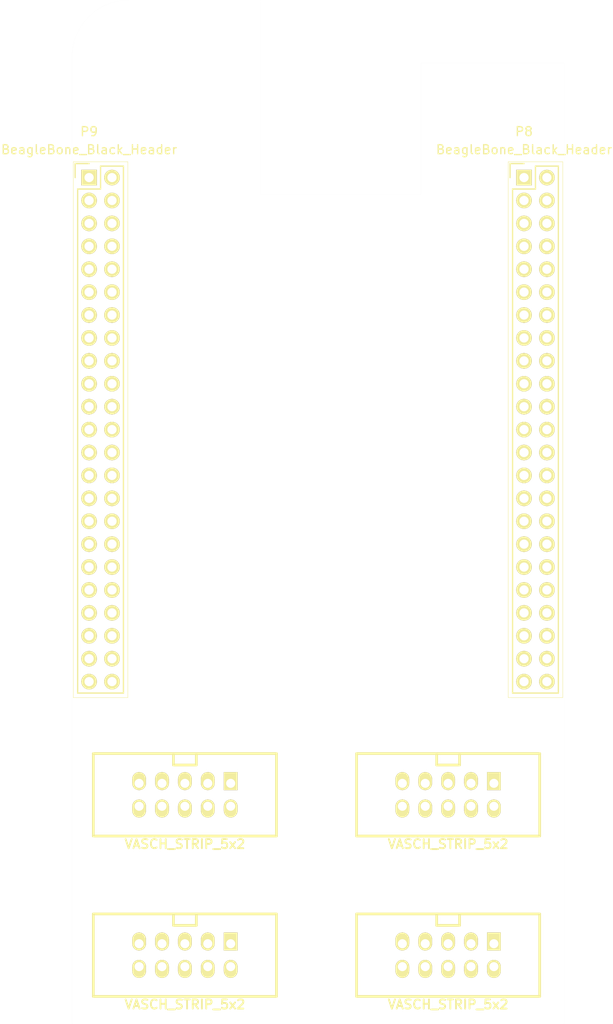
<source format=kicad_pcb>
(kicad_pcb (version 3) (host pcbnew "(22-Jun-2014 BZR 4027)-stable")

  (general
    (links 10)
    (no_connects 10)
    (area 103.317323 42.696129 177.682877 170.181271)
    (thickness 1.6)
    (drawings 9)
    (tracks 0)
    (zones 0)
    (modules 6)
    (nets 83)
  )

  (page USLetter)
  (title_block 
    (company "Deepwoods Software")
  )

  (layers
    (15 F.Cu signal)
    (0 B.Cu signal)
    (16 B.Adhes user)
    (17 F.Adhes user)
    (18 B.Paste user)
    (19 F.Paste user)
    (20 B.SilkS user)
    (21 F.SilkS user)
    (22 B.Mask user)
    (23 F.Mask user)
    (24 Dwgs.User user)
    (25 Cmts.User user)
    (26 Eco1.User user)
    (27 Eco2.User user)
    (28 Edge.Cuts user)
  )

  (setup
    (last_trace_width 0.25)
    (trace_clearance 0.2)
    (zone_clearance 0.508)
    (zone_45_only no)
    (trace_min 0.2)
    (segment_width 0.2)
    (edge_width 0.00254)
    (via_size 0.6)
    (via_drill 0.4)
    (via_min_size 0.4)
    (via_min_drill 0.3)
    (uvia_size 0.3)
    (uvia_drill 0.1)
    (uvias_allowed no)
    (uvia_min_size 0.2)
    (uvia_min_drill 0.1)
    (pcb_text_width 0.3)
    (pcb_text_size 1.5 1.5)
    (mod_edge_width 0.15)
    (mod_text_size 1 1)
    (mod_text_width 0.15)
    (pad_size 1.7272 1.7272)
    (pad_drill 1.016)
    (pad_to_mask_clearance 0)
    (aux_axis_origin 0 0)
    (visible_elements 7FFFFFFF)
    (pcbplotparams
      (layerselection 3178497)
      (usegerberextensions false)
      (excludeedgelayer true)
      (linewidth 0.100000)
      (plotframeref false)
      (viasonmask false)
      (mode 1)
      (useauxorigin false)
      (hpglpennumber 1)
      (hpglpenspeed 20)
      (hpglpendiameter 15)
      (hpglpenoverlay 2)
      (psnegative false)
      (psa4output false)
      (plotreference true)
      (plotvalue true)
      (plotothertext true)
      (plotinvisibletext false)
      (padsonsilk false)
      (subtractmaskfromsilk false)
      (outputformat 4)
      (mirror false)
      (drillshape 0)
      (scaleselection 1)
      (outputdirectory ""))
  )

  (net 0 "")
  (net 1 +3V3)
  (net 2 +5V)
  (net 3 GNDA_ADC)
  (net 4 GNDD)
  (net 5 "Net-(P8-Pad10)")
  (net 6 "Net-(P8-Pad11)")
  (net 7 "Net-(P8-Pad12)")
  (net 8 "Net-(P8-Pad13)")
  (net 9 "Net-(P8-Pad14)")
  (net 10 "Net-(P8-Pad15)")
  (net 11 "Net-(P8-Pad16)")
  (net 12 "Net-(P8-Pad17)")
  (net 13 "Net-(P8-Pad18)")
  (net 14 "Net-(P8-Pad19)")
  (net 15 "Net-(P8-Pad20)")
  (net 16 "Net-(P8-Pad21)")
  (net 17 "Net-(P8-Pad22)")
  (net 18 "Net-(P8-Pad23)")
  (net 19 "Net-(P8-Pad24)")
  (net 20 "Net-(P8-Pad25)")
  (net 21 "Net-(P8-Pad26)")
  (net 22 "Net-(P8-Pad27)")
  (net 23 "Net-(P8-Pad28)")
  (net 24 "Net-(P8-Pad29)")
  (net 25 "Net-(P8-Pad3)")
  (net 26 "Net-(P8-Pad30)")
  (net 27 "Net-(P8-Pad31)")
  (net 28 "Net-(P8-Pad32)")
  (net 29 "Net-(P8-Pad33)")
  (net 30 "Net-(P8-Pad34)")
  (net 31 "Net-(P8-Pad35)")
  (net 32 "Net-(P8-Pad36)")
  (net 33 "Net-(P8-Pad37)")
  (net 34 "Net-(P8-Pad38)")
  (net 35 "Net-(P8-Pad39)")
  (net 36 "Net-(P8-Pad4)")
  (net 37 "Net-(P8-Pad40)")
  (net 38 "Net-(P8-Pad41)")
  (net 39 "Net-(P8-Pad42)")
  (net 40 "Net-(P8-Pad43)")
  (net 41 "Net-(P8-Pad44)")
  (net 42 "Net-(P8-Pad45)")
  (net 43 "Net-(P8-Pad46)")
  (net 44 "Net-(P8-Pad5)")
  (net 45 "Net-(P8-Pad6)")
  (net 46 "Net-(P8-Pad7)")
  (net 47 "Net-(P8-Pad8)")
  (net 48 "Net-(P8-Pad9)")
  (net 49 "Net-(P9-Pad11)")
  (net 50 "Net-(P9-Pad12)")
  (net 51 "Net-(P9-Pad13)")
  (net 52 "Net-(P9-Pad14)")
  (net 53 "Net-(P9-Pad15)")
  (net 54 "Net-(P9-Pad16)")
  (net 55 "Net-(P9-Pad17)")
  (net 56 "Net-(P9-Pad18)")
  (net 57 "Net-(P9-Pad19)")
  (net 58 "Net-(P9-Pad20)")
  (net 59 "Net-(P9-Pad21)")
  (net 60 "Net-(P9-Pad22)")
  (net 61 "Net-(P9-Pad23)")
  (net 62 "Net-(P9-Pad24)")
  (net 63 "Net-(P9-Pad25)")
  (net 64 "Net-(P9-Pad26)")
  (net 65 "Net-(P9-Pad27)")
  (net 66 "Net-(P9-Pad28)")
  (net 67 "Net-(P9-Pad29)")
  (net 68 "Net-(P9-Pad30)")
  (net 69 "Net-(P9-Pad31)")
  (net 70 "Net-(P9-Pad33)")
  (net 71 "Net-(P9-Pad35)")
  (net 72 "Net-(P9-Pad36)")
  (net 73 "Net-(P9-Pad37)")
  (net 74 "Net-(P9-Pad38)")
  (net 75 "Net-(P9-Pad39)")
  (net 76 "Net-(P9-Pad40)")
  (net 77 "Net-(P9-Pad41)")
  (net 78 "Net-(P9-Pad42)")
  (net 79 PWR_BUT)
  (net 80 SYS_5V)
  (net 81 SYS_RESETN)
  (net 82 VDD_ADC)

  (net_class Default "To jest domyślna klasa połączeń."
    (clearance 0.2)
    (trace_width 0.25)
    (via_dia 0.6)
    (via_drill 0.4)
    (uvia_dia 0.3)
    (uvia_drill 0.1)
    (add_net "")
    (add_net +3V3)
    (add_net +5V)
    (add_net GNDA_ADC)
    (add_net GNDD)
    (add_net "Net-(P8-Pad10)")
    (add_net "Net-(P8-Pad11)")
    (add_net "Net-(P8-Pad12)")
    (add_net "Net-(P8-Pad13)")
    (add_net "Net-(P8-Pad14)")
    (add_net "Net-(P8-Pad15)")
    (add_net "Net-(P8-Pad16)")
    (add_net "Net-(P8-Pad17)")
    (add_net "Net-(P8-Pad18)")
    (add_net "Net-(P8-Pad19)")
    (add_net "Net-(P8-Pad20)")
    (add_net "Net-(P8-Pad21)")
    (add_net "Net-(P8-Pad22)")
    (add_net "Net-(P8-Pad23)")
    (add_net "Net-(P8-Pad24)")
    (add_net "Net-(P8-Pad25)")
    (add_net "Net-(P8-Pad26)")
    (add_net "Net-(P8-Pad27)")
    (add_net "Net-(P8-Pad28)")
    (add_net "Net-(P8-Pad29)")
    (add_net "Net-(P8-Pad3)")
    (add_net "Net-(P8-Pad30)")
    (add_net "Net-(P8-Pad31)")
    (add_net "Net-(P8-Pad32)")
    (add_net "Net-(P8-Pad33)")
    (add_net "Net-(P8-Pad34)")
    (add_net "Net-(P8-Pad35)")
    (add_net "Net-(P8-Pad36)")
    (add_net "Net-(P8-Pad37)")
    (add_net "Net-(P8-Pad38)")
    (add_net "Net-(P8-Pad39)")
    (add_net "Net-(P8-Pad4)")
    (add_net "Net-(P8-Pad40)")
    (add_net "Net-(P8-Pad41)")
    (add_net "Net-(P8-Pad42)")
    (add_net "Net-(P8-Pad43)")
    (add_net "Net-(P8-Pad44)")
    (add_net "Net-(P8-Pad45)")
    (add_net "Net-(P8-Pad46)")
    (add_net "Net-(P8-Pad5)")
    (add_net "Net-(P8-Pad6)")
    (add_net "Net-(P8-Pad7)")
    (add_net "Net-(P8-Pad8)")
    (add_net "Net-(P8-Pad9)")
    (add_net "Net-(P9-Pad11)")
    (add_net "Net-(P9-Pad12)")
    (add_net "Net-(P9-Pad13)")
    (add_net "Net-(P9-Pad14)")
    (add_net "Net-(P9-Pad15)")
    (add_net "Net-(P9-Pad16)")
    (add_net "Net-(P9-Pad17)")
    (add_net "Net-(P9-Pad18)")
    (add_net "Net-(P9-Pad19)")
    (add_net "Net-(P9-Pad20)")
    (add_net "Net-(P9-Pad21)")
    (add_net "Net-(P9-Pad22)")
    (add_net "Net-(P9-Pad23)")
    (add_net "Net-(P9-Pad24)")
    (add_net "Net-(P9-Pad25)")
    (add_net "Net-(P9-Pad26)")
    (add_net "Net-(P9-Pad27)")
    (add_net "Net-(P9-Pad28)")
    (add_net "Net-(P9-Pad29)")
    (add_net "Net-(P9-Pad30)")
    (add_net "Net-(P9-Pad31)")
    (add_net "Net-(P9-Pad33)")
    (add_net "Net-(P9-Pad35)")
    (add_net "Net-(P9-Pad36)")
    (add_net "Net-(P9-Pad37)")
    (add_net "Net-(P9-Pad38)")
    (add_net "Net-(P9-Pad39)")
    (add_net "Net-(P9-Pad40)")
    (add_net "Net-(P9-Pad41)")
    (add_net "Net-(P9-Pad42)")
    (add_net PWR_BUT)
    (add_net SYS_5V)
    (add_net SYS_RESETN)
    (add_net VDD_ADC)
  )

  (module Socket_BeagleBone_Black:Socket_BeagleBone_Black (layer F.Cu) (tedit 55DF76F9) (tstamp 55DF7717)
    (at 164.6301 62.3824)
    (descr "Through hole pin header")
    (tags "pin header")
    (path /55DF7DE1)
    (fp_text reference P8 (at 0 -5.1) (layer F.SilkS)
      (effects (font (size 1 1) (thickness 0.15)))
    )
    (fp_text value BeagleBone_Black_Header (at 0 -3.1) (layer F.SilkS)
      (effects (font (size 1 1) (thickness 0.15)))
    )
    (fp_line (start -1.75 -1.75) (end -1.75 57.65) (layer F.SilkS) (width 0.05))
    (fp_line (start 4.3 -1.75) (end 4.3 57.65) (layer F.SilkS) (width 0.05))
    (fp_line (start -1.75 -1.75) (end 4.3 -1.75) (layer F.SilkS) (width 0.05))
    (fp_line (start -1.75 57.65) (end 4.3 57.65) (layer F.SilkS) (width 0.05))
    (fp_line (start 3.81 57.15) (end 3.81 -1.27) (layer F.SilkS) (width 0.15))
    (fp_line (start -1.27 57.15) (end -1.27 1.27) (layer F.SilkS) (width 0.15))
    (fp_line (start 3.81 57.15) (end -1.27 57.15) (layer F.SilkS) (width 0.15))
    (fp_line (start 3.81 -1.27) (end 1.27 -1.27) (layer F.SilkS) (width 0.15))
    (fp_line (start 0 -1.55) (end -1.55 -1.55) (layer F.SilkS) (width 0.15))
    (fp_line (start 1.27 -1.27) (end 1.27 1.27) (layer F.SilkS) (width 0.15))
    (fp_line (start 1.27 1.27) (end -1.27 1.27) (layer F.SilkS) (width 0.15))
    (fp_line (start -1.55 -1.55) (end -1.55 0) (layer F.SilkS) (width 0.15))
    (pad 1 thru_hole rect (at 0 0) (size 1.7272 1.7272) (drill 1.016)
      (layers *.Cu *.Mask F.SilkS)
      (net 4 GNDD)
    )
    (pad 2 thru_hole oval (at 2.54 0) (size 1.7272 1.7272) (drill 1.016)
      (layers *.Cu *.Mask F.SilkS)
      (net 4 GNDD)
    )
    (pad 3 thru_hole oval (at 0 2.54) (size 1.7272 1.7272) (drill 1.016)
      (layers *.Cu *.Mask F.SilkS)
      (net 25 "Net-(P8-Pad3)")
    )
    (pad 4 thru_hole oval (at 2.54 2.54) (size 1.7272 1.7272) (drill 1.016)
      (layers *.Cu *.Mask F.SilkS)
      (net 36 "Net-(P8-Pad4)")
    )
    (pad 5 thru_hole oval (at 0 5.08) (size 1.7272 1.7272) (drill 1.016)
      (layers *.Cu *.Mask F.SilkS)
      (net 44 "Net-(P8-Pad5)")
    )
    (pad 6 thru_hole oval (at 2.54 5.08) (size 1.7272 1.7272) (drill 1.016)
      (layers *.Cu *.Mask F.SilkS)
      (net 45 "Net-(P8-Pad6)")
    )
    (pad 7 thru_hole oval (at 0 7.62) (size 1.7272 1.7272) (drill 1.016)
      (layers *.Cu *.Mask F.SilkS)
      (net 46 "Net-(P8-Pad7)")
    )
    (pad 8 thru_hole oval (at 2.54 7.62) (size 1.7272 1.7272) (drill 1.016)
      (layers *.Cu *.Mask F.SilkS)
      (net 47 "Net-(P8-Pad8)")
    )
    (pad 9 thru_hole oval (at 0 10.16) (size 1.7272 1.7272) (drill 1.016)
      (layers *.Cu *.Mask F.SilkS)
      (net 48 "Net-(P8-Pad9)")
    )
    (pad 10 thru_hole oval (at 2.54 10.16) (size 1.7272 1.7272) (drill 1.016)
      (layers *.Cu *.Mask F.SilkS)
      (net 5 "Net-(P8-Pad10)")
    )
    (pad 11 thru_hole oval (at 0 12.7) (size 1.7272 1.7272) (drill 1.016)
      (layers *.Cu *.Mask F.SilkS)
      (net 6 "Net-(P8-Pad11)")
    )
    (pad 12 thru_hole oval (at 2.54 12.7) (size 1.7272 1.7272) (drill 1.016)
      (layers *.Cu *.Mask F.SilkS)
      (net 7 "Net-(P8-Pad12)")
    )
    (pad 13 thru_hole oval (at 0 15.24) (size 1.7272 1.7272) (drill 1.016)
      (layers *.Cu *.Mask F.SilkS)
      (net 8 "Net-(P8-Pad13)")
    )
    (pad 14 thru_hole oval (at 2.54 15.24) (size 1.7272 1.7272) (drill 1.016)
      (layers *.Cu *.Mask F.SilkS)
      (net 9 "Net-(P8-Pad14)")
    )
    (pad 15 thru_hole oval (at 0 17.78) (size 1.7272 1.7272) (drill 1.016)
      (layers *.Cu *.Mask F.SilkS)
      (net 10 "Net-(P8-Pad15)")
    )
    (pad 16 thru_hole oval (at 2.54 17.78) (size 1.7272 1.7272) (drill 1.016)
      (layers *.Cu *.Mask F.SilkS)
      (net 11 "Net-(P8-Pad16)")
    )
    (pad 17 thru_hole oval (at 0 20.32) (size 1.7272 1.7272) (drill 1.016)
      (layers *.Cu *.Mask F.SilkS)
      (net 12 "Net-(P8-Pad17)")
    )
    (pad 18 thru_hole oval (at 2.54 20.32) (size 1.7272 1.7272) (drill 1.016)
      (layers *.Cu *.Mask F.SilkS)
      (net 13 "Net-(P8-Pad18)")
    )
    (pad 19 thru_hole oval (at 0 22.86) (size 1.7272 1.7272) (drill 1.016)
      (layers *.Cu *.Mask F.SilkS)
      (net 14 "Net-(P8-Pad19)")
    )
    (pad 20 thru_hole oval (at 2.54 22.86) (size 1.7272 1.7272) (drill 1.016)
      (layers *.Cu *.Mask F.SilkS)
      (net 15 "Net-(P8-Pad20)")
    )
    (pad 21 thru_hole oval (at 0 25.4) (size 1.7272 1.7272) (drill 1.016)
      (layers *.Cu *.Mask F.SilkS)
      (net 16 "Net-(P8-Pad21)")
    )
    (pad 22 thru_hole oval (at 2.54 25.4) (size 1.7272 1.7272) (drill 1.016)
      (layers *.Cu *.Mask F.SilkS)
      (net 17 "Net-(P8-Pad22)")
    )
    (pad 23 thru_hole oval (at 0 27.94) (size 1.7272 1.7272) (drill 1.016)
      (layers *.Cu *.Mask F.SilkS)
      (net 18 "Net-(P8-Pad23)")
    )
    (pad 24 thru_hole oval (at 2.54 27.94) (size 1.7272 1.7272) (drill 1.016)
      (layers *.Cu *.Mask F.SilkS)
      (net 19 "Net-(P8-Pad24)")
    )
    (pad 25 thru_hole oval (at 0 30.48) (size 1.7272 1.7272) (drill 1.016)
      (layers *.Cu *.Mask F.SilkS)
      (net 20 "Net-(P8-Pad25)")
    )
    (pad 26 thru_hole oval (at 2.54 30.48) (size 1.7272 1.7272) (drill 1.016)
      (layers *.Cu *.Mask F.SilkS)
      (net 21 "Net-(P8-Pad26)")
    )
    (pad 27 thru_hole oval (at 0 33.02) (size 1.7272 1.7272) (drill 1.016)
      (layers *.Cu *.Mask F.SilkS)
      (net 22 "Net-(P8-Pad27)")
    )
    (pad 28 thru_hole oval (at 2.54 33.02) (size 1.7272 1.7272) (drill 1.016)
      (layers *.Cu *.Mask F.SilkS)
      (net 23 "Net-(P8-Pad28)")
    )
    (pad 29 thru_hole oval (at 0 35.56) (size 1.7272 1.7272) (drill 1.016)
      (layers *.Cu *.Mask F.SilkS)
      (net 24 "Net-(P8-Pad29)")
    )
    (pad 30 thru_hole oval (at 2.54 35.56) (size 1.7272 1.7272) (drill 1.016)
      (layers *.Cu *.Mask F.SilkS)
      (net 26 "Net-(P8-Pad30)")
    )
    (pad 31 thru_hole oval (at 0 38.1) (size 1.7272 1.7272) (drill 1.016)
      (layers *.Cu *.Mask F.SilkS)
      (net 27 "Net-(P8-Pad31)")
    )
    (pad 32 thru_hole oval (at 2.54 38.1) (size 1.7272 1.7272) (drill 1.016)
      (layers *.Cu *.Mask F.SilkS)
      (net 28 "Net-(P8-Pad32)")
    )
    (pad 33 thru_hole oval (at 0 40.64) (size 1.7272 1.7272) (drill 1.016)
      (layers *.Cu *.Mask F.SilkS)
      (net 29 "Net-(P8-Pad33)")
    )
    (pad 34 thru_hole oval (at 2.54 40.64) (size 1.7272 1.7272) (drill 1.016)
      (layers *.Cu *.Mask F.SilkS)
      (net 30 "Net-(P8-Pad34)")
    )
    (pad 35 thru_hole oval (at 0 43.18) (size 1.7272 1.7272) (drill 1.016)
      (layers *.Cu *.Mask F.SilkS)
      (net 31 "Net-(P8-Pad35)")
    )
    (pad 36 thru_hole oval (at 2.54 43.18) (size 1.7272 1.7272) (drill 1.016)
      (layers *.Cu *.Mask F.SilkS)
      (net 32 "Net-(P8-Pad36)")
    )
    (pad 37 thru_hole oval (at 0 45.72) (size 1.7272 1.7272) (drill 1.016)
      (layers *.Cu *.Mask F.SilkS)
      (net 33 "Net-(P8-Pad37)")
    )
    (pad 38 thru_hole oval (at 2.54 45.72) (size 1.7272 1.7272) (drill 1.016)
      (layers *.Cu *.Mask F.SilkS)
      (net 34 "Net-(P8-Pad38)")
    )
    (pad 39 thru_hole oval (at 0 48.26) (size 1.7272 1.7272) (drill 1.016)
      (layers *.Cu *.Mask F.SilkS)
      (net 35 "Net-(P8-Pad39)")
    )
    (pad 40 thru_hole oval (at 2.54 48.26) (size 1.7272 1.7272) (drill 1.016)
      (layers *.Cu *.Mask F.SilkS)
      (net 37 "Net-(P8-Pad40)")
    )
    (pad 41 thru_hole oval (at 0 50.8) (size 1.7272 1.7272) (drill 1.016)
      (layers *.Cu *.Mask F.SilkS)
      (net 38 "Net-(P8-Pad41)")
    )
    (pad 42 thru_hole oval (at 2.54 50.8) (size 1.7272 1.7272) (drill 1.016)
      (layers *.Cu *.Mask F.SilkS)
      (net 39 "Net-(P8-Pad42)")
    )
    (pad 43 thru_hole oval (at 0 53.34) (size 1.7272 1.7272) (drill 1.016)
      (layers *.Cu *.Mask F.SilkS)
      (net 40 "Net-(P8-Pad43)")
    )
    (pad 44 thru_hole oval (at 2.54 53.34) (size 1.7272 1.7272) (drill 1.016)
      (layers *.Cu *.Mask F.SilkS)
      (net 41 "Net-(P8-Pad44)")
    )
    (pad 45 thru_hole oval (at 0 55.88) (size 1.7272 1.7272) (drill 1.016)
      (layers *.Cu *.Mask F.SilkS)
      (net 42 "Net-(P8-Pad45)")
    )
    (pad 46 thru_hole oval (at 2.54 55.88) (size 1.7272 1.7272) (drill 1.016)
      (layers *.Cu *.Mask F.SilkS)
      (net 43 "Net-(P8-Pad46)")
    )
    (model ${KIPRJMOD}/Socket_BeagleBone_Black.3dshapes/Socket_BeagleBone_Black.wrl
      (at (xyz 0.05 -1.1 0))
      (scale (xyz 1 1 1))
      (rotate (xyz 0 0 90))
    )
  )

  (module Socket_BeagleBone_Black:Socket_BeagleBone_Black (layer F.Cu) (tedit 0) (tstamp 55DF7748)
    (at 116.3701 62.3824)
    (descr "Through hole pin header")
    (tags "pin header")
    (path /55DF7DBA)
    (fp_text reference P9 (at 0 -5.1) (layer F.SilkS)
      (effects (font (size 1 1) (thickness 0.15)))
    )
    (fp_text value BeagleBone_Black_Header (at 0 -3.1) (layer F.SilkS)
      (effects (font (size 1 1) (thickness 0.15)))
    )
    (fp_line (start -1.75 -1.75) (end -1.75 57.65) (layer F.SilkS) (width 0.05))
    (fp_line (start 4.3 -1.75) (end 4.3 57.65) (layer F.SilkS) (width 0.05))
    (fp_line (start -1.75 -1.75) (end 4.3 -1.75) (layer F.SilkS) (width 0.05))
    (fp_line (start -1.75 57.65) (end 4.3 57.65) (layer F.SilkS) (width 0.05))
    (fp_line (start 3.81 57.15) (end 3.81 -1.27) (layer F.SilkS) (width 0.15))
    (fp_line (start -1.27 57.15) (end -1.27 1.27) (layer F.SilkS) (width 0.15))
    (fp_line (start 3.81 57.15) (end -1.27 57.15) (layer F.SilkS) (width 0.15))
    (fp_line (start 3.81 -1.27) (end 1.27 -1.27) (layer F.SilkS) (width 0.15))
    (fp_line (start 0 -1.55) (end -1.55 -1.55) (layer F.SilkS) (width 0.15))
    (fp_line (start 1.27 -1.27) (end 1.27 1.27) (layer F.SilkS) (width 0.15))
    (fp_line (start 1.27 1.27) (end -1.27 1.27) (layer F.SilkS) (width 0.15))
    (fp_line (start -1.55 -1.55) (end -1.55 0) (layer F.SilkS) (width 0.15))
    (pad 1 thru_hole rect (at 0 0) (size 1.7272 1.7272) (drill 1.016)
      (layers *.Cu *.Mask F.SilkS)
      (net 4 GNDD)
    )
    (pad 2 thru_hole oval (at 2.54 0) (size 1.7272 1.7272) (drill 1.016)
      (layers *.Cu *.Mask F.SilkS)
      (net 4 GNDD)
    )
    (pad 3 thru_hole oval (at 0 2.54) (size 1.7272 1.7272) (drill 1.016)
      (layers *.Cu *.Mask F.SilkS)
      (net 1 +3V3)
    )
    (pad 4 thru_hole oval (at 2.54 2.54) (size 1.7272 1.7272) (drill 1.016)
      (layers *.Cu *.Mask F.SilkS)
      (net 1 +3V3)
    )
    (pad 5 thru_hole oval (at 0 5.08) (size 1.7272 1.7272) (drill 1.016)
      (layers *.Cu *.Mask F.SilkS)
      (net 2 +5V)
    )
    (pad 6 thru_hole oval (at 2.54 5.08) (size 1.7272 1.7272) (drill 1.016)
      (layers *.Cu *.Mask F.SilkS)
      (net 2 +5V)
    )
    (pad 7 thru_hole oval (at 0 7.62) (size 1.7272 1.7272) (drill 1.016)
      (layers *.Cu *.Mask F.SilkS)
      (net 80 SYS_5V)
    )
    (pad 8 thru_hole oval (at 2.54 7.62) (size 1.7272 1.7272) (drill 1.016)
      (layers *.Cu *.Mask F.SilkS)
      (net 80 SYS_5V)
    )
    (pad 9 thru_hole oval (at 0 10.16) (size 1.7272 1.7272) (drill 1.016)
      (layers *.Cu *.Mask F.SilkS)
      (net 79 PWR_BUT)
    )
    (pad 10 thru_hole oval (at 2.54 10.16) (size 1.7272 1.7272) (drill 1.016)
      (layers *.Cu *.Mask F.SilkS)
      (net 81 SYS_RESETN)
    )
    (pad 11 thru_hole oval (at 0 12.7) (size 1.7272 1.7272) (drill 1.016)
      (layers *.Cu *.Mask F.SilkS)
      (net 49 "Net-(P9-Pad11)")
    )
    (pad 12 thru_hole oval (at 2.54 12.7) (size 1.7272 1.7272) (drill 1.016)
      (layers *.Cu *.Mask F.SilkS)
      (net 50 "Net-(P9-Pad12)")
    )
    (pad 13 thru_hole oval (at 0 15.24) (size 1.7272 1.7272) (drill 1.016)
      (layers *.Cu *.Mask F.SilkS)
      (net 51 "Net-(P9-Pad13)")
    )
    (pad 14 thru_hole oval (at 2.54 15.24) (size 1.7272 1.7272) (drill 1.016)
      (layers *.Cu *.Mask F.SilkS)
      (net 52 "Net-(P9-Pad14)")
    )
    (pad 15 thru_hole oval (at 0 17.78) (size 1.7272 1.7272) (drill 1.016)
      (layers *.Cu *.Mask F.SilkS)
      (net 53 "Net-(P9-Pad15)")
    )
    (pad 16 thru_hole oval (at 2.54 17.78) (size 1.7272 1.7272) (drill 1.016)
      (layers *.Cu *.Mask F.SilkS)
      (net 54 "Net-(P9-Pad16)")
    )
    (pad 17 thru_hole oval (at 0 20.32) (size 1.7272 1.7272) (drill 1.016)
      (layers *.Cu *.Mask F.SilkS)
      (net 55 "Net-(P9-Pad17)")
    )
    (pad 18 thru_hole oval (at 2.54 20.32) (size 1.7272 1.7272) (drill 1.016)
      (layers *.Cu *.Mask F.SilkS)
      (net 56 "Net-(P9-Pad18)")
    )
    (pad 19 thru_hole oval (at 0 22.86) (size 1.7272 1.7272) (drill 1.016)
      (layers *.Cu *.Mask F.SilkS)
      (net 57 "Net-(P9-Pad19)")
    )
    (pad 20 thru_hole oval (at 2.54 22.86) (size 1.7272 1.7272) (drill 1.016)
      (layers *.Cu *.Mask F.SilkS)
      (net 58 "Net-(P9-Pad20)")
    )
    (pad 21 thru_hole oval (at 0 25.4) (size 1.7272 1.7272) (drill 1.016)
      (layers *.Cu *.Mask F.SilkS)
      (net 59 "Net-(P9-Pad21)")
    )
    (pad 22 thru_hole oval (at 2.54 25.4) (size 1.7272 1.7272) (drill 1.016)
      (layers *.Cu *.Mask F.SilkS)
      (net 60 "Net-(P9-Pad22)")
    )
    (pad 23 thru_hole oval (at 0 27.94) (size 1.7272 1.7272) (drill 1.016)
      (layers *.Cu *.Mask F.SilkS)
      (net 61 "Net-(P9-Pad23)")
    )
    (pad 24 thru_hole oval (at 2.54 27.94) (size 1.7272 1.7272) (drill 1.016)
      (layers *.Cu *.Mask F.SilkS)
      (net 62 "Net-(P9-Pad24)")
    )
    (pad 25 thru_hole oval (at 0 30.48) (size 1.7272 1.7272) (drill 1.016)
      (layers *.Cu *.Mask F.SilkS)
      (net 63 "Net-(P9-Pad25)")
    )
    (pad 26 thru_hole oval (at 2.54 30.48) (size 1.7272 1.7272) (drill 1.016)
      (layers *.Cu *.Mask F.SilkS)
      (net 64 "Net-(P9-Pad26)")
    )
    (pad 27 thru_hole oval (at 0 33.02) (size 1.7272 1.7272) (drill 1.016)
      (layers *.Cu *.Mask F.SilkS)
      (net 65 "Net-(P9-Pad27)")
    )
    (pad 28 thru_hole oval (at 2.54 33.02) (size 1.7272 1.7272) (drill 1.016)
      (layers *.Cu *.Mask F.SilkS)
      (net 66 "Net-(P9-Pad28)")
    )
    (pad 29 thru_hole oval (at 0 35.56) (size 1.7272 1.7272) (drill 1.016)
      (layers *.Cu *.Mask F.SilkS)
      (net 67 "Net-(P9-Pad29)")
    )
    (pad 30 thru_hole oval (at 2.54 35.56) (size 1.7272 1.7272) (drill 1.016)
      (layers *.Cu *.Mask F.SilkS)
      (net 68 "Net-(P9-Pad30)")
    )
    (pad 31 thru_hole oval (at 0 38.1) (size 1.7272 1.7272) (drill 1.016)
      (layers *.Cu *.Mask F.SilkS)
      (net 69 "Net-(P9-Pad31)")
    )
    (pad 32 thru_hole oval (at 2.54 38.1) (size 1.7272 1.7272) (drill 1.016)
      (layers *.Cu *.Mask F.SilkS)
      (net 82 VDD_ADC)
    )
    (pad 33 thru_hole oval (at 0 40.64) (size 1.7272 1.7272) (drill 1.016)
      (layers *.Cu *.Mask F.SilkS)
      (net 70 "Net-(P9-Pad33)")
    )
    (pad 34 thru_hole oval (at 2.54 40.64) (size 1.7272 1.7272) (drill 1.016)
      (layers *.Cu *.Mask F.SilkS)
      (net 3 GNDA_ADC)
    )
    (pad 35 thru_hole oval (at 0 43.18) (size 1.7272 1.7272) (drill 1.016)
      (layers *.Cu *.Mask F.SilkS)
      (net 71 "Net-(P9-Pad35)")
    )
    (pad 36 thru_hole oval (at 2.54 43.18) (size 1.7272 1.7272) (drill 1.016)
      (layers *.Cu *.Mask F.SilkS)
      (net 72 "Net-(P9-Pad36)")
    )
    (pad 37 thru_hole oval (at 0 45.72) (size 1.7272 1.7272) (drill 1.016)
      (layers *.Cu *.Mask F.SilkS)
      (net 73 "Net-(P9-Pad37)")
    )
    (pad 38 thru_hole oval (at 2.54 45.72) (size 1.7272 1.7272) (drill 1.016)
      (layers *.Cu *.Mask F.SilkS)
      (net 74 "Net-(P9-Pad38)")
    )
    (pad 39 thru_hole oval (at 0 48.26) (size 1.7272 1.7272) (drill 1.016)
      (layers *.Cu *.Mask F.SilkS)
      (net 75 "Net-(P9-Pad39)")
    )
    (pad 40 thru_hole oval (at 2.54 48.26) (size 1.7272 1.7272) (drill 1.016)
      (layers *.Cu *.Mask F.SilkS)
      (net 76 "Net-(P9-Pad40)")
    )
    (pad 41 thru_hole oval (at 0 50.8) (size 1.7272 1.7272) (drill 1.016)
      (layers *.Cu *.Mask F.SilkS)
      (net 77 "Net-(P9-Pad41)")
    )
    (pad 42 thru_hole oval (at 2.54 50.8) (size 1.7272 1.7272) (drill 1.016)
      (layers *.Cu *.Mask F.SilkS)
      (net 78 "Net-(P9-Pad42)")
    )
    (pad 43 thru_hole oval (at 0 53.34) (size 1.7272 1.7272) (drill 1.016)
      (layers *.Cu *.Mask F.SilkS)
      (net 4 GNDD)
    )
    (pad 44 thru_hole oval (at 2.54 53.34) (size 1.7272 1.7272) (drill 1.016)
      (layers *.Cu *.Mask F.SilkS)
      (net 4 GNDD)
    )
    (pad 45 thru_hole oval (at 0 55.88) (size 1.7272 1.7272) (drill 1.016)
      (layers *.Cu *.Mask F.SilkS)
      (net 4 GNDD)
    )
    (pad 46 thru_hole oval (at 2.54 55.88) (size 1.7272 1.7272) (drill 1.016)
      (layers *.Cu *.Mask F.SilkS)
      (net 4 GNDD)
    )
    (model ${KIPRJMOD}/Socket_BeagleBone_Black.3dshapes/Socket_BeagleBone_Black.wrl
      (at (xyz 0.05 -1.1 0))
      (scale (xyz 1 1 1))
      (rotate (xyz 0 0 90))
    )
  )

  (module vasch_strip_5x2 (layer F.Cu) (tedit 4FFC87B6) (tstamp 5CA92731)
    (at 127 130.81 180)
    (descr "Shrouded header, 5x2pin p2.54")
    (tags "CONN DEV")
    (fp_text reference VASCH_STRIP_5x2 (at 0 -5.461 180) (layer F.SilkS)
      (effects (font (size 1.016 1.016) (thickness 0.2032)))
    )
    (fp_text value JP*** (at 0 5.461 180) (layer F.SilkS) hide
      (effects (font (size 1.016 0.889) (thickness 0.2032)))
    )
    (fp_line (start -10.16 -4.572) (end -10.16 4.572) (layer F.SilkS) (width 0.29972))
    (fp_line (start 10.16 -4.572) (end -10.16 -4.572) (layer F.SilkS) (width 0.29972))
    (fp_line (start 10.16 -4.572) (end 10.16 4.572) (layer F.SilkS) (width 0.29972))
    (fp_line (start -10.16 4.572) (end 10.16 4.572) (layer F.SilkS) (width 0.29972))
    (fp_line (start 1.27 4.572) (end 1.27 3.302) (layer F.SilkS) (width 0.29972))
    (fp_line (start 1.27 3.302) (end -1.27 3.302) (layer F.SilkS) (width 0.29972))
    (fp_line (start -1.27 3.302) (end -1.27 4.572) (layer F.SilkS) (width 0.29972))
    (pad 1 thru_hole rect (at -5.08 1.27 180) (size 1.524 1.99898) (drill 1.00076 (offset 0 0.24638))
      (layers *.Cu *.Mask F.SilkS)
    )
    (pad 2 thru_hole oval (at -5.08 -1.27 180) (size 1.524 1.99898) (drill 1.00076 (offset 0 -0.24892))
      (layers *.Cu *.Mask F.SilkS)
    )
    (pad 3 thru_hole oval (at -2.54 1.27 180) (size 1.524 1.99898) (drill 1.00076 (offset 0 0.24638))
      (layers *.Cu *.Mask F.SilkS)
    )
    (pad 4 thru_hole oval (at -2.54 -1.27 180) (size 1.524 1.99898) (drill 1.00076 (offset 0 -0.24892))
      (layers *.Cu *.Mask F.SilkS)
    )
    (pad 5 thru_hole oval (at 0 1.27 180) (size 1.524 1.99898) (drill 1.00076 (offset 0 0.24638))
      (layers *.Cu *.Mask F.SilkS)
    )
    (pad 6 thru_hole oval (at 0 -1.27 180) (size 1.524 1.99898) (drill 1.00076 (offset 0 -0.24892))
      (layers *.Cu *.Mask F.SilkS)
    )
    (pad 7 thru_hole oval (at 2.54 1.27 180) (size 1.524 1.99898) (drill 1.00076 (offset 0 0.24638))
      (layers *.Cu *.Mask F.SilkS)
    )
    (pad 8 thru_hole oval (at 2.54 -1.27 180) (size 1.524 1.99898) (drill 1.00076 (offset 0 -0.24892))
      (layers *.Cu *.Mask F.SilkS)
    )
    (pad 9 thru_hole oval (at 5.08 1.27 180) (size 1.524 1.99898) (drill 1.00076 (offset 0 0.24638))
      (layers *.Cu *.Mask F.SilkS)
    )
    (pad 10 thru_hole oval (at 5.08 -1.27 180) (size 1.524 1.99898) (drill 1.00076 (offset 0 -0.24892))
      (layers *.Cu *.Mask F.SilkS)
    )
    (model walter/conn_strip/vasch_strip_5x2.wrl
      (at (xyz 0 0 0))
      (scale (xyz 1 1 1))
      (rotate (xyz 0 0 0))
    )
  )

  (module vasch_strip_5x2 (layer F.Cu) (tedit 4FFC87B6) (tstamp 5CA9275A)
    (at 127 148.59 180)
    (descr "Shrouded header, 5x2pin p2.54")
    (tags "CONN DEV")
    (fp_text reference VASCH_STRIP_5x2 (at 0 -5.461 180) (layer F.SilkS)
      (effects (font (size 1.016 1.016) (thickness 0.2032)))
    )
    (fp_text value JP*** (at 0 5.461 180) (layer F.SilkS) hide
      (effects (font (size 1.016 0.889) (thickness 0.2032)))
    )
    (fp_line (start -10.16 -4.572) (end -10.16 4.572) (layer F.SilkS) (width 0.29972))
    (fp_line (start 10.16 -4.572) (end -10.16 -4.572) (layer F.SilkS) (width 0.29972))
    (fp_line (start 10.16 -4.572) (end 10.16 4.572) (layer F.SilkS) (width 0.29972))
    (fp_line (start -10.16 4.572) (end 10.16 4.572) (layer F.SilkS) (width 0.29972))
    (fp_line (start 1.27 4.572) (end 1.27 3.302) (layer F.SilkS) (width 0.29972))
    (fp_line (start 1.27 3.302) (end -1.27 3.302) (layer F.SilkS) (width 0.29972))
    (fp_line (start -1.27 3.302) (end -1.27 4.572) (layer F.SilkS) (width 0.29972))
    (pad 1 thru_hole rect (at -5.08 1.27 180) (size 1.524 1.99898) (drill 1.00076 (offset 0 0.24638))
      (layers *.Cu *.Mask F.SilkS)
    )
    (pad 2 thru_hole oval (at -5.08 -1.27 180) (size 1.524 1.99898) (drill 1.00076 (offset 0 -0.24892))
      (layers *.Cu *.Mask F.SilkS)
    )
    (pad 3 thru_hole oval (at -2.54 1.27 180) (size 1.524 1.99898) (drill 1.00076 (offset 0 0.24638))
      (layers *.Cu *.Mask F.SilkS)
    )
    (pad 4 thru_hole oval (at -2.54 -1.27 180) (size 1.524 1.99898) (drill 1.00076 (offset 0 -0.24892))
      (layers *.Cu *.Mask F.SilkS)
    )
    (pad 5 thru_hole oval (at 0 1.27 180) (size 1.524 1.99898) (drill 1.00076 (offset 0 0.24638))
      (layers *.Cu *.Mask F.SilkS)
    )
    (pad 6 thru_hole oval (at 0 -1.27 180) (size 1.524 1.99898) (drill 1.00076 (offset 0 -0.24892))
      (layers *.Cu *.Mask F.SilkS)
    )
    (pad 7 thru_hole oval (at 2.54 1.27 180) (size 1.524 1.99898) (drill 1.00076 (offset 0 0.24638))
      (layers *.Cu *.Mask F.SilkS)
    )
    (pad 8 thru_hole oval (at 2.54 -1.27 180) (size 1.524 1.99898) (drill 1.00076 (offset 0 -0.24892))
      (layers *.Cu *.Mask F.SilkS)
    )
    (pad 9 thru_hole oval (at 5.08 1.27 180) (size 1.524 1.99898) (drill 1.00076 (offset 0 0.24638))
      (layers *.Cu *.Mask F.SilkS)
    )
    (pad 10 thru_hole oval (at 5.08 -1.27 180) (size 1.524 1.99898) (drill 1.00076 (offset 0 -0.24892))
      (layers *.Cu *.Mask F.SilkS)
    )
    (model walter/conn_strip/vasch_strip_5x2.wrl
      (at (xyz 0 0 0))
      (scale (xyz 1 1 1))
      (rotate (xyz 0 0 0))
    )
  )

  (module vasch_strip_5x2 (layer F.Cu) (tedit 4FFC87B6) (tstamp 5CA92783)
    (at 156.21 130.81 180)
    (descr "Shrouded header, 5x2pin p2.54")
    (tags "CONN DEV")
    (fp_text reference VASCH_STRIP_5x2 (at 0 -5.461 180) (layer F.SilkS)
      (effects (font (size 1.016 1.016) (thickness 0.2032)))
    )
    (fp_text value JP*** (at 0 5.461 180) (layer F.SilkS) hide
      (effects (font (size 1.016 0.889) (thickness 0.2032)))
    )
    (fp_line (start -10.16 -4.572) (end -10.16 4.572) (layer F.SilkS) (width 0.29972))
    (fp_line (start 10.16 -4.572) (end -10.16 -4.572) (layer F.SilkS) (width 0.29972))
    (fp_line (start 10.16 -4.572) (end 10.16 4.572) (layer F.SilkS) (width 0.29972))
    (fp_line (start -10.16 4.572) (end 10.16 4.572) (layer F.SilkS) (width 0.29972))
    (fp_line (start 1.27 4.572) (end 1.27 3.302) (layer F.SilkS) (width 0.29972))
    (fp_line (start 1.27 3.302) (end -1.27 3.302) (layer F.SilkS) (width 0.29972))
    (fp_line (start -1.27 3.302) (end -1.27 4.572) (layer F.SilkS) (width 0.29972))
    (pad 1 thru_hole rect (at -5.08 1.27 180) (size 1.524 1.99898) (drill 1.00076 (offset 0 0.24638))
      (layers *.Cu *.Mask F.SilkS)
    )
    (pad 2 thru_hole oval (at -5.08 -1.27 180) (size 1.524 1.99898) (drill 1.00076 (offset 0 -0.24892))
      (layers *.Cu *.Mask F.SilkS)
    )
    (pad 3 thru_hole oval (at -2.54 1.27 180) (size 1.524 1.99898) (drill 1.00076 (offset 0 0.24638))
      (layers *.Cu *.Mask F.SilkS)
    )
    (pad 4 thru_hole oval (at -2.54 -1.27 180) (size 1.524 1.99898) (drill 1.00076 (offset 0 -0.24892))
      (layers *.Cu *.Mask F.SilkS)
    )
    (pad 5 thru_hole oval (at 0 1.27 180) (size 1.524 1.99898) (drill 1.00076 (offset 0 0.24638))
      (layers *.Cu *.Mask F.SilkS)
    )
    (pad 6 thru_hole oval (at 0 -1.27 180) (size 1.524 1.99898) (drill 1.00076 (offset 0 -0.24892))
      (layers *.Cu *.Mask F.SilkS)
    )
    (pad 7 thru_hole oval (at 2.54 1.27 180) (size 1.524 1.99898) (drill 1.00076 (offset 0 0.24638))
      (layers *.Cu *.Mask F.SilkS)
    )
    (pad 8 thru_hole oval (at 2.54 -1.27 180) (size 1.524 1.99898) (drill 1.00076 (offset 0 -0.24892))
      (layers *.Cu *.Mask F.SilkS)
    )
    (pad 9 thru_hole oval (at 5.08 1.27 180) (size 1.524 1.99898) (drill 1.00076 (offset 0 0.24638))
      (layers *.Cu *.Mask F.SilkS)
    )
    (pad 10 thru_hole oval (at 5.08 -1.27 180) (size 1.524 1.99898) (drill 1.00076 (offset 0 -0.24892))
      (layers *.Cu *.Mask F.SilkS)
    )
    (model walter/conn_strip/vasch_strip_5x2.wrl
      (at (xyz 0 0 0))
      (scale (xyz 1 1 1))
      (rotate (xyz 0 0 0))
    )
  )

  (module vasch_strip_5x2 (layer F.Cu) (tedit 4FFC87B6) (tstamp 5CA927AC)
    (at 156.21 148.59 180)
    (descr "Shrouded header, 5x2pin p2.54")
    (tags "CONN DEV")
    (fp_text reference VASCH_STRIP_5x2 (at 0 -5.461 180) (layer F.SilkS)
      (effects (font (size 1.016 1.016) (thickness 0.2032)))
    )
    (fp_text value JP*** (at 0 5.461 180) (layer F.SilkS) hide
      (effects (font (size 1.016 0.889) (thickness 0.2032)))
    )
    (fp_line (start -10.16 -4.572) (end -10.16 4.572) (layer F.SilkS) (width 0.29972))
    (fp_line (start 10.16 -4.572) (end -10.16 -4.572) (layer F.SilkS) (width 0.29972))
    (fp_line (start 10.16 -4.572) (end 10.16 4.572) (layer F.SilkS) (width 0.29972))
    (fp_line (start -10.16 4.572) (end 10.16 4.572) (layer F.SilkS) (width 0.29972))
    (fp_line (start 1.27 4.572) (end 1.27 3.302) (layer F.SilkS) (width 0.29972))
    (fp_line (start 1.27 3.302) (end -1.27 3.302) (layer F.SilkS) (width 0.29972))
    (fp_line (start -1.27 3.302) (end -1.27 4.572) (layer F.SilkS) (width 0.29972))
    (pad 1 thru_hole rect (at -5.08 1.27 180) (size 1.524 1.99898) (drill 1.00076 (offset 0 0.24638))
      (layers *.Cu *.Mask F.SilkS)
    )
    (pad 2 thru_hole oval (at -5.08 -1.27 180) (size 1.524 1.99898) (drill 1.00076 (offset 0 -0.24892))
      (layers *.Cu *.Mask F.SilkS)
    )
    (pad 3 thru_hole oval (at -2.54 1.27 180) (size 1.524 1.99898) (drill 1.00076 (offset 0 0.24638))
      (layers *.Cu *.Mask F.SilkS)
    )
    (pad 4 thru_hole oval (at -2.54 -1.27 180) (size 1.524 1.99898) (drill 1.00076 (offset 0 -0.24892))
      (layers *.Cu *.Mask F.SilkS)
    )
    (pad 5 thru_hole oval (at 0 1.27 180) (size 1.524 1.99898) (drill 1.00076 (offset 0 0.24638))
      (layers *.Cu *.Mask F.SilkS)
    )
    (pad 6 thru_hole oval (at 0 -1.27 180) (size 1.524 1.99898) (drill 1.00076 (offset 0 -0.24892))
      (layers *.Cu *.Mask F.SilkS)
    )
    (pad 7 thru_hole oval (at 2.54 1.27 180) (size 1.524 1.99898) (drill 1.00076 (offset 0 0.24638))
      (layers *.Cu *.Mask F.SilkS)
    )
    (pad 8 thru_hole oval (at 2.54 -1.27 180) (size 1.524 1.99898) (drill 1.00076 (offset 0 -0.24892))
      (layers *.Cu *.Mask F.SilkS)
    )
    (pad 9 thru_hole oval (at 5.08 1.27 180) (size 1.524 1.99898) (drill 1.00076 (offset 0 0.24638))
      (layers *.Cu *.Mask F.SilkS)
    )
    (pad 10 thru_hole oval (at 5.08 -1.27 180) (size 1.524 1.99898) (drill 1.00076 (offset 0 -0.24892))
      (layers *.Cu *.Mask F.SilkS)
    )
    (model walter/conn_strip/vasch_strip_5x2.wrl
      (at (xyz 0 0 0))
      (scale (xyz 1 1 1))
      (rotate (xyz 0 0 0))
    )
  )

  (gr_line (start 114.4651 156.21) (end 169.0751 156.21) (angle 90) (layer Edge.Cuts) (width 0.00254))
  (gr_arc (start 120.8151 49.0474) (end 114.4651 49.0474) (angle 90) (layer Edge.Cuts) (width 0.00254))
  (gr_line (start 135.4201 42.6974) (end 120.8151 42.6974) (layer Edge.Cuts) (width 0.00254))
  (gr_line (start 135.4201 64.2874) (end 135.4201 42.6974) (layer Edge.Cuts) (width 0.00254))
  (gr_line (start 153.2001 64.2874) (end 135.4201 64.2874) (layer Edge.Cuts) (width 0.00254))
  (gr_line (start 153.2001 49.6824) (end 153.2001 64.2874) (layer Edge.Cuts) (width 0.00254))
  (gr_line (start 169.0751 49.6824) (end 153.2001 49.6824) (layer Edge.Cuts) (width 0.00254))
  (gr_line (start 169.0751 156.210) (end 169.0751 49.6824) (layer Edge.Cuts) (width 0.00254))
  (gr_line (start 114.4651 49.0474) (end 114.4651 156.210) (layer Edge.Cuts) (width 0.00254))

)

</source>
